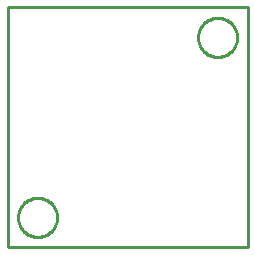
<source format=gbr>
G04 EAGLE Gerber RS-274X export*
G75*
%MOMM*%
%FSLAX34Y34*%
%LPD*%
%IN*%
%IPPOS*%
%AMOC8*
5,1,8,0,0,1.08239X$1,22.5*%
G01*
%ADD10C,0.254000*%


D10*
X0Y0D02*
X203200Y0D01*
X203200Y203200D01*
X0Y203200D01*
X0Y0D01*
X194310Y177260D02*
X194239Y176181D01*
X194098Y175109D01*
X193887Y174049D01*
X193608Y173005D01*
X193260Y171981D01*
X192846Y170983D01*
X192368Y170013D01*
X191828Y169077D01*
X191227Y168178D01*
X190569Y167321D01*
X189857Y166508D01*
X189092Y165744D01*
X188279Y165031D01*
X187422Y164373D01*
X186523Y163772D01*
X185587Y163232D01*
X184617Y162754D01*
X183619Y162340D01*
X182595Y161992D01*
X181551Y161713D01*
X180491Y161502D01*
X179419Y161361D01*
X178340Y161290D01*
X177260Y161290D01*
X176181Y161361D01*
X175109Y161502D01*
X174049Y161713D01*
X173005Y161992D01*
X171981Y162340D01*
X170983Y162754D01*
X170013Y163232D01*
X169077Y163772D01*
X168178Y164373D01*
X167321Y165031D01*
X166508Y165744D01*
X165744Y166508D01*
X165031Y167321D01*
X164373Y168178D01*
X163772Y169077D01*
X163232Y170013D01*
X162754Y170983D01*
X162340Y171981D01*
X161992Y173005D01*
X161713Y174049D01*
X161502Y175109D01*
X161361Y176181D01*
X161290Y177260D01*
X161290Y178340D01*
X161361Y179419D01*
X161502Y180491D01*
X161713Y181551D01*
X161992Y182595D01*
X162340Y183619D01*
X162754Y184617D01*
X163232Y185587D01*
X163772Y186523D01*
X164373Y187422D01*
X165031Y188279D01*
X165744Y189092D01*
X166508Y189857D01*
X167321Y190569D01*
X168178Y191227D01*
X169077Y191828D01*
X170013Y192368D01*
X170983Y192846D01*
X171981Y193260D01*
X173005Y193608D01*
X174049Y193887D01*
X175109Y194098D01*
X176181Y194239D01*
X177260Y194310D01*
X178340Y194310D01*
X179419Y194239D01*
X180491Y194098D01*
X181551Y193887D01*
X182595Y193608D01*
X183619Y193260D01*
X184617Y192846D01*
X185587Y192368D01*
X186523Y191828D01*
X187422Y191227D01*
X188279Y190569D01*
X189092Y189857D01*
X189857Y189092D01*
X190569Y188279D01*
X191227Y187422D01*
X191828Y186523D01*
X192368Y185587D01*
X192846Y184617D01*
X193260Y183619D01*
X193608Y182595D01*
X193887Y181551D01*
X194098Y180491D01*
X194239Y179419D01*
X194310Y178340D01*
X194310Y177260D01*
X41910Y24860D02*
X41839Y23781D01*
X41698Y22709D01*
X41487Y21649D01*
X41208Y20605D01*
X40860Y19581D01*
X40446Y18583D01*
X39968Y17613D01*
X39428Y16677D01*
X38827Y15778D01*
X38169Y14921D01*
X37457Y14108D01*
X36692Y13344D01*
X35879Y12631D01*
X35022Y11973D01*
X34123Y11372D01*
X33187Y10832D01*
X32217Y10354D01*
X31219Y9940D01*
X30195Y9592D01*
X29151Y9313D01*
X28091Y9102D01*
X27019Y8961D01*
X25940Y8890D01*
X24860Y8890D01*
X23781Y8961D01*
X22709Y9102D01*
X21649Y9313D01*
X20605Y9592D01*
X19581Y9940D01*
X18583Y10354D01*
X17613Y10832D01*
X16677Y11372D01*
X15778Y11973D01*
X14921Y12631D01*
X14108Y13344D01*
X13344Y14108D01*
X12631Y14921D01*
X11973Y15778D01*
X11372Y16677D01*
X10832Y17613D01*
X10354Y18583D01*
X9940Y19581D01*
X9592Y20605D01*
X9313Y21649D01*
X9102Y22709D01*
X8961Y23781D01*
X8890Y24860D01*
X8890Y25940D01*
X8961Y27019D01*
X9102Y28091D01*
X9313Y29151D01*
X9592Y30195D01*
X9940Y31219D01*
X10354Y32217D01*
X10832Y33187D01*
X11372Y34123D01*
X11973Y35022D01*
X12631Y35879D01*
X13344Y36692D01*
X14108Y37457D01*
X14921Y38169D01*
X15778Y38827D01*
X16677Y39428D01*
X17613Y39968D01*
X18583Y40446D01*
X19581Y40860D01*
X20605Y41208D01*
X21649Y41487D01*
X22709Y41698D01*
X23781Y41839D01*
X24860Y41910D01*
X25940Y41910D01*
X27019Y41839D01*
X28091Y41698D01*
X29151Y41487D01*
X30195Y41208D01*
X31219Y40860D01*
X32217Y40446D01*
X33187Y39968D01*
X34123Y39428D01*
X35022Y38827D01*
X35879Y38169D01*
X36692Y37457D01*
X37457Y36692D01*
X38169Y35879D01*
X38827Y35022D01*
X39428Y34123D01*
X39968Y33187D01*
X40446Y32217D01*
X40860Y31219D01*
X41208Y30195D01*
X41487Y29151D01*
X41698Y28091D01*
X41839Y27019D01*
X41910Y25940D01*
X41910Y24860D01*
M02*

</source>
